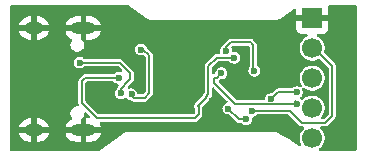
<source format=gbr>
%TF.GenerationSoftware,KiCad,Pcbnew,9.0.2-9.0.2-0~ubuntu22.04.1*%
%TF.CreationDate,2025-06-23T11:59:02+05:30*%
%TF.ProjectId,CP2102,43503231-3032-42e6-9b69-6361645f7063,rev?*%
%TF.SameCoordinates,Original*%
%TF.FileFunction,Copper,L2,Bot*%
%TF.FilePolarity,Positive*%
%FSLAX46Y46*%
G04 Gerber Fmt 4.6, Leading zero omitted, Abs format (unit mm)*
G04 Created by KiCad (PCBNEW 9.0.2-9.0.2-0~ubuntu22.04.1) date 2025-06-23 11:59:02*
%MOMM*%
%LPD*%
G01*
G04 APERTURE LIST*
%TA.AperFunction,ComponentPad*%
%ADD10R,1.700000X1.700000*%
%TD*%
%TA.AperFunction,ComponentPad*%
%ADD11C,1.700000*%
%TD*%
%TA.AperFunction,HeatsinkPad*%
%ADD12O,2.100000X1.000000*%
%TD*%
%TA.AperFunction,HeatsinkPad*%
%ADD13O,1.600000X1.000000*%
%TD*%
%TA.AperFunction,ViaPad*%
%ADD14C,0.600000*%
%TD*%
%TA.AperFunction,Conductor*%
%ADD15C,0.200000*%
%TD*%
G04 APERTURE END LIST*
D10*
%TO.P,J2,1,Pin_1*%
%TO.N,GND*%
X130500000Y-35340000D03*
D11*
%TO.P,J2,2,Pin_2*%
%TO.N,/VBUS*%
X130500000Y-37880000D03*
%TO.P,J2,3,Pin_3*%
%TO.N,/RX*%
X130500000Y-40420000D03*
%TO.P,J2,4,Pin_4*%
%TO.N,/TX*%
X130500000Y-42960000D03*
%TO.P,J2,5,Pin_5*%
%TO.N,/RST*%
X130500000Y-45500000D03*
%TD*%
D12*
%TO.P,J1,S1,SHIELD*%
%TO.N,GND*%
X111130000Y-36180000D03*
D13*
X106950000Y-36180000D03*
D12*
X111130000Y-44820000D03*
D13*
X106950000Y-44820000D03*
%TD*%
D14*
%TO.N,Net-(U1-VDD)*%
X115200000Y-41800000D03*
X116000000Y-38000000D03*
%TO.N,/VBUS*%
X125400000Y-43200000D03*
%TO.N,Net-(D4-A)*%
X125600000Y-39800000D03*
X123200000Y-38100000D03*
%TO.N,Net-(D5-K)*%
X124900000Y-43900000D03*
X123400000Y-43000000D03*
%TO.N,/D-*%
X110800000Y-39100000D03*
X114300000Y-41700000D03*
%TO.N,Net-(J1-CC1)*%
X123900000Y-38700000D03*
X114100000Y-40400000D03*
%TO.N,/TX*%
X129200000Y-42600000D03*
X122800000Y-40000000D03*
%TO.N,/RX*%
X127000000Y-42200000D03*
X129200000Y-41600000D03*
%TD*%
D15*
%TO.N,Net-(U1-VDD)*%
X116700000Y-41700000D02*
X116300000Y-42100000D01*
X116200000Y-38000000D02*
X116700000Y-38500000D01*
X115200000Y-41900000D02*
X115400000Y-42100000D01*
X115200000Y-41800000D02*
X115200000Y-41900000D01*
X116300000Y-42100000D02*
X115400000Y-42100000D01*
X116000000Y-38000000D02*
X116200000Y-38000000D01*
X116700000Y-38500000D02*
X116700000Y-41700000D01*
%TO.N,/VBUS*%
X125400000Y-43200000D02*
X128600000Y-43200000D01*
X132200000Y-43600000D02*
X132200000Y-39400000D01*
X128600000Y-43200000D02*
X129600000Y-44200000D01*
X130680000Y-37880000D02*
X130500000Y-37880000D01*
X131600000Y-44200000D02*
X132200000Y-43600000D01*
X132200000Y-39400000D02*
X130680000Y-37880000D01*
X129600000Y-44200000D02*
X131600000Y-44200000D01*
%TO.N,Net-(D4-A)*%
X125400000Y-37500000D02*
X125500000Y-37600000D01*
X125500000Y-39600000D02*
X125500000Y-39700000D01*
X125500000Y-39700000D02*
X125600000Y-39800000D01*
X125500000Y-37600000D02*
X125500000Y-39600000D01*
X123200000Y-37800000D02*
X123600000Y-37400000D01*
X125300000Y-37400000D02*
X125400000Y-37500000D01*
X123200000Y-38100000D02*
X123200000Y-37800000D01*
X123600000Y-37400000D02*
X125300000Y-37400000D01*
%TO.N,Net-(D5-K)*%
X124300000Y-43900000D02*
X124900000Y-43900000D01*
X123400000Y-43000000D02*
X124300000Y-43900000D01*
%TO.N,/D-*%
X114300000Y-41300000D02*
X114900000Y-40700000D01*
X115100000Y-40500000D02*
X115100000Y-40000000D01*
X114300000Y-41700000D02*
X114300000Y-41300000D01*
X115100000Y-40000000D02*
X114200000Y-39100000D01*
X114900000Y-40700000D02*
X115100000Y-40500000D01*
X114200000Y-39100000D02*
X110800000Y-39100000D01*
%TO.N,Net-(J1-CC1)*%
X112300000Y-43800000D02*
X120600000Y-43800000D01*
X121500000Y-42100000D02*
X121500000Y-42000000D01*
X120900000Y-43500000D02*
X120900000Y-42900000D01*
X121700000Y-41800000D02*
X121700000Y-39400000D01*
X121500000Y-42000000D02*
X121700000Y-41800000D01*
X120600000Y-43800000D02*
X120900000Y-43500000D01*
X114100000Y-40400000D02*
X111300000Y-40400000D01*
X121700000Y-39400000D02*
X122400000Y-38700000D01*
X111000000Y-42500000D02*
X112300000Y-43800000D01*
X111000000Y-40700000D02*
X111000000Y-42500000D01*
X111300000Y-40400000D02*
X111000000Y-40700000D01*
X120800000Y-42800000D02*
X121500000Y-42100000D01*
X122400000Y-38700000D02*
X123900000Y-38700000D01*
X120900000Y-42900000D02*
X120800000Y-42800000D01*
%TO.N,/TX*%
X124000000Y-42600000D02*
X122200000Y-40800000D01*
X129200000Y-42600000D02*
X124000000Y-42600000D01*
X129000000Y-42400000D02*
X129200000Y-42600000D01*
X122200000Y-40400000D02*
X122400000Y-40400000D01*
X122200000Y-40800000D02*
X122200000Y-40400000D01*
X122400000Y-40400000D02*
X122800000Y-40000000D01*
%TO.N,/RX*%
X129200000Y-41600000D02*
X127600000Y-41600000D01*
X127600000Y-41600000D02*
X127000000Y-42200000D01*
%TD*%
%TA.AperFunction,Conductor*%
%TO.N,GND*%
G36*
X114855610Y-34225457D02*
G01*
X114922643Y-34245156D01*
X114925947Y-34247355D01*
X116444339Y-35293814D01*
X116569066Y-35379774D01*
X116586380Y-35394194D01*
X116592686Y-35400500D01*
X116592687Y-35400501D01*
X116592689Y-35400502D01*
X116597451Y-35403251D01*
X116632448Y-35423456D01*
X116670235Y-35449499D01*
X116689290Y-35456274D01*
X116706814Y-35466392D01*
X116751158Y-35478273D01*
X116794403Y-35493651D01*
X116814568Y-35495264D01*
X116834108Y-35500500D01*
X116875056Y-35500500D01*
X116884945Y-35500895D01*
X116925767Y-35504161D01*
X116934539Y-35502547D01*
X116956979Y-35500500D01*
X127349878Y-35500500D01*
X127365339Y-35503628D01*
X127415574Y-35500500D01*
X127465892Y-35500500D01*
X127469131Y-35499631D01*
X127493514Y-35495646D01*
X127496868Y-35495438D01*
X127544575Y-35479417D01*
X127593186Y-35466392D01*
X127606845Y-35458505D01*
X127621796Y-35453485D01*
X127660521Y-35427790D01*
X127667057Y-35423741D01*
X127707314Y-35400500D01*
X127709678Y-35398135D01*
X127728806Y-35382486D01*
X128957450Y-34567324D01*
X129024192Y-34546666D01*
X129091511Y-34565371D01*
X129138031Y-34617502D01*
X129150000Y-34670653D01*
X129150000Y-35090000D01*
X130066988Y-35090000D01*
X130034075Y-35147007D01*
X130000000Y-35274174D01*
X130000000Y-35405826D01*
X130034075Y-35532993D01*
X130066988Y-35590000D01*
X129150000Y-35590000D01*
X129150000Y-36237844D01*
X129156401Y-36297372D01*
X129156403Y-36297379D01*
X129206645Y-36432086D01*
X129206649Y-36432093D01*
X129292809Y-36547187D01*
X129292812Y-36547190D01*
X129407906Y-36633350D01*
X129407913Y-36633354D01*
X129542620Y-36683596D01*
X129542627Y-36683598D01*
X129602155Y-36689999D01*
X129602172Y-36690000D01*
X130004435Y-36690000D01*
X130071474Y-36709685D01*
X130117229Y-36762489D01*
X130127173Y-36831647D01*
X130098148Y-36895203D01*
X130051888Y-36928561D01*
X130002403Y-36949058D01*
X129830342Y-37064024D01*
X129684024Y-37210342D01*
X129569058Y-37382403D01*
X129489870Y-37573579D01*
X129489868Y-37573587D01*
X129449500Y-37776530D01*
X129449500Y-37983469D01*
X129489868Y-38186412D01*
X129489870Y-38186420D01*
X129536709Y-38299500D01*
X129569059Y-38377598D01*
X129584360Y-38400497D01*
X129684024Y-38549657D01*
X129830342Y-38695975D01*
X129830345Y-38695977D01*
X130002402Y-38810941D01*
X130193580Y-38890130D01*
X130396530Y-38930499D01*
X130396534Y-38930500D01*
X130396535Y-38930500D01*
X130603466Y-38930500D01*
X130603467Y-38930499D01*
X130806420Y-38890130D01*
X130997598Y-38810941D01*
X131025905Y-38792026D01*
X131092578Y-38771148D01*
X131159958Y-38789631D01*
X131182476Y-38807447D01*
X131863181Y-39488152D01*
X131896666Y-39549475D01*
X131899500Y-39575833D01*
X131899500Y-43424167D01*
X131879815Y-43491206D01*
X131863181Y-43511848D01*
X131511848Y-43863181D01*
X131484920Y-43877884D01*
X131459102Y-43894477D01*
X131452901Y-43895368D01*
X131450525Y-43896666D01*
X131424167Y-43899500D01*
X131345495Y-43899500D01*
X131278456Y-43879815D01*
X131232701Y-43827011D01*
X131222757Y-43757853D01*
X131251782Y-43694297D01*
X131257814Y-43687819D01*
X131315974Y-43629658D01*
X131315975Y-43629657D01*
X131315977Y-43629655D01*
X131430941Y-43457598D01*
X131510130Y-43266420D01*
X131550500Y-43063465D01*
X131550500Y-42856535D01*
X131510130Y-42653580D01*
X131430941Y-42462402D01*
X131315977Y-42290345D01*
X131315975Y-42290342D01*
X131169657Y-42144024D01*
X131053172Y-42066192D01*
X130997598Y-42029059D01*
X130954678Y-42011281D01*
X130806420Y-41949870D01*
X130806412Y-41949868D01*
X130603469Y-41909500D01*
X130603465Y-41909500D01*
X130396535Y-41909500D01*
X130396530Y-41909500D01*
X130193587Y-41949868D01*
X130193579Y-41949870D01*
X130002403Y-42029058D01*
X129830344Y-42144023D01*
X129728771Y-42245596D01*
X129721681Y-42249467D01*
X129716944Y-42256006D01*
X129691463Y-42265967D01*
X129667448Y-42279080D01*
X129659393Y-42278503D01*
X129651870Y-42281445D01*
X129625044Y-42276047D01*
X129597756Y-42274096D01*
X129589534Y-42268902D01*
X129583373Y-42267663D01*
X129558065Y-42249024D01*
X129554791Y-42246956D01*
X129554109Y-42246295D01*
X129507314Y-42199500D01*
X129503634Y-42197375D01*
X129495036Y-42189042D01*
X129481201Y-42164621D01*
X129464645Y-42141947D01*
X129464209Y-42134627D01*
X129460596Y-42128250D01*
X129462160Y-42100227D01*
X129460491Y-42072201D01*
X129464081Y-42065807D01*
X129464490Y-42058489D01*
X129480956Y-42035759D01*
X129494704Y-42011281D01*
X129505414Y-42001999D01*
X129505481Y-42001908D01*
X129505552Y-42001879D01*
X129505847Y-42001625D01*
X129507306Y-42000504D01*
X129507314Y-42000500D01*
X129600500Y-41907314D01*
X129666392Y-41793186D01*
X129700500Y-41665892D01*
X129700500Y-41534108D01*
X129666392Y-41406814D01*
X129666389Y-41406809D01*
X129663280Y-41399300D01*
X129665690Y-41398301D01*
X129652270Y-41342985D01*
X129675123Y-41276958D01*
X129730044Y-41233767D01*
X129799597Y-41227126D01*
X129845020Y-41245783D01*
X130002400Y-41350940D01*
X130002401Y-41350940D01*
X130002402Y-41350941D01*
X130193580Y-41430130D01*
X130396530Y-41470499D01*
X130396534Y-41470500D01*
X130396535Y-41470500D01*
X130603466Y-41470500D01*
X130603467Y-41470499D01*
X130806420Y-41430130D01*
X130997598Y-41350941D01*
X131169655Y-41235977D01*
X131315977Y-41089655D01*
X131430941Y-40917598D01*
X131510130Y-40726420D01*
X131550500Y-40523465D01*
X131550500Y-40316535D01*
X131510130Y-40113580D01*
X131430941Y-39922402D01*
X131315977Y-39750345D01*
X131315975Y-39750342D01*
X131169657Y-39604024D01*
X131046090Y-39521460D01*
X130997598Y-39489059D01*
X130995408Y-39488152D01*
X130806420Y-39409870D01*
X130806412Y-39409868D01*
X130603469Y-39369500D01*
X130603465Y-39369500D01*
X130396535Y-39369500D01*
X130396530Y-39369500D01*
X130193587Y-39409868D01*
X130193579Y-39409870D01*
X130002403Y-39489058D01*
X129830342Y-39604024D01*
X129684024Y-39750342D01*
X129569058Y-39922403D01*
X129489870Y-40113579D01*
X129489868Y-40113587D01*
X129449500Y-40316530D01*
X129449500Y-40523469D01*
X129489868Y-40726412D01*
X129489870Y-40726420D01*
X129569058Y-40917596D01*
X129619045Y-40992408D01*
X129639922Y-41059086D01*
X129621437Y-41126466D01*
X129569458Y-41173155D01*
X129500488Y-41184331D01*
X129453942Y-41168685D01*
X129393189Y-41133609D01*
X129393186Y-41133608D01*
X129265892Y-41099500D01*
X129134108Y-41099500D01*
X129006812Y-41133608D01*
X128892686Y-41199500D01*
X128892683Y-41199502D01*
X128829005Y-41263181D01*
X128767682Y-41296666D01*
X128741324Y-41299500D01*
X127560438Y-41299500D01*
X127522224Y-41309739D01*
X127484009Y-41319979D01*
X127484008Y-41319980D01*
X127430383Y-41350941D01*
X127430381Y-41350942D01*
X127415492Y-41359537D01*
X127415487Y-41359541D01*
X127111847Y-41663181D01*
X127050524Y-41696666D01*
X127024166Y-41699500D01*
X126934108Y-41699500D01*
X126806812Y-41733608D01*
X126692686Y-41799500D01*
X126692683Y-41799502D01*
X126599502Y-41892683D01*
X126599500Y-41892686D01*
X126533608Y-42006812D01*
X126499500Y-42134108D01*
X126499500Y-42175500D01*
X126479815Y-42242539D01*
X126427011Y-42288294D01*
X126375500Y-42299500D01*
X124175833Y-42299500D01*
X124108794Y-42279815D01*
X124088152Y-42263181D01*
X122612652Y-40787681D01*
X122608313Y-40779735D01*
X122601066Y-40774310D01*
X122591831Y-40749550D01*
X122579167Y-40726358D01*
X122579812Y-40717328D01*
X122576649Y-40708846D01*
X122582265Y-40683025D01*
X122584151Y-40656666D01*
X122589969Y-40647612D01*
X122591501Y-40640573D01*
X122612652Y-40612319D01*
X122688152Y-40536819D01*
X122749475Y-40503334D01*
X122775833Y-40500500D01*
X122865890Y-40500500D01*
X122865892Y-40500500D01*
X122993186Y-40466392D01*
X123107314Y-40400500D01*
X123200500Y-40307314D01*
X123266392Y-40193186D01*
X123300500Y-40065892D01*
X123300500Y-39934108D01*
X123266392Y-39806814D01*
X123200500Y-39692686D01*
X123107314Y-39599500D01*
X123049968Y-39566391D01*
X122993187Y-39533608D01*
X122900578Y-39508794D01*
X122865892Y-39499500D01*
X122734108Y-39499500D01*
X122606812Y-39533608D01*
X122492686Y-39599500D01*
X122492683Y-39599502D01*
X122399502Y-39692683D01*
X122399500Y-39692686D01*
X122333608Y-39806812D01*
X122299500Y-39934108D01*
X122299500Y-39975500D01*
X122298773Y-39977973D01*
X122299400Y-39980474D01*
X122288984Y-40011311D01*
X122279815Y-40042539D01*
X122277867Y-40044226D01*
X122277042Y-40046670D01*
X122251595Y-40066991D01*
X122227011Y-40088294D01*
X122223840Y-40089156D01*
X122222446Y-40090270D01*
X122212701Y-40092185D01*
X122188210Y-40098847D01*
X122181873Y-40099500D01*
X122160438Y-40099500D01*
X122147045Y-40103088D01*
X122137210Y-40104102D01*
X122112185Y-40099472D01*
X122086740Y-40098866D01*
X122078402Y-40093222D01*
X122068506Y-40091392D01*
X122049957Y-40073969D01*
X122028879Y-40059702D01*
X122024916Y-40050448D01*
X122017579Y-40043556D01*
X122011394Y-40018868D01*
X122001376Y-39995472D01*
X122000500Y-39980755D01*
X122000500Y-39575833D01*
X122020185Y-39508794D01*
X122036819Y-39488152D01*
X122488152Y-39036819D01*
X122549475Y-39003334D01*
X122575833Y-39000500D01*
X123441324Y-39000500D01*
X123508363Y-39020185D01*
X123529005Y-39036819D01*
X123592686Y-39100500D01*
X123706814Y-39166392D01*
X123834108Y-39200500D01*
X123834110Y-39200500D01*
X123965890Y-39200500D01*
X123965892Y-39200500D01*
X124093186Y-39166392D01*
X124207314Y-39100500D01*
X124300500Y-39007314D01*
X124366392Y-38893186D01*
X124400500Y-38765892D01*
X124400500Y-38634108D01*
X124366392Y-38506814D01*
X124300500Y-38392686D01*
X124207314Y-38299500D01*
X124150250Y-38266554D01*
X124093187Y-38233608D01*
X124029539Y-38216554D01*
X123965892Y-38199500D01*
X123834108Y-38199500D01*
X123825981Y-38199500D01*
X123825981Y-38196340D01*
X123771652Y-38187869D01*
X123719395Y-38141490D01*
X123703836Y-38104264D01*
X123700500Y-38090173D01*
X123700500Y-38034108D01*
X123666392Y-37906814D01*
X123650618Y-37879494D01*
X123646431Y-37861806D01*
X123647359Y-37844338D01*
X123643235Y-37827337D01*
X123649175Y-37810171D01*
X123650140Y-37792035D01*
X123660365Y-37777842D01*
X123666087Y-37761310D01*
X123679420Y-37745549D01*
X123682147Y-37742823D01*
X123688163Y-37736809D01*
X123749490Y-37703331D01*
X123775834Y-37700500D01*
X125075500Y-37700500D01*
X125142539Y-37720185D01*
X125188294Y-37772989D01*
X125199500Y-37824500D01*
X125199500Y-39459460D01*
X125182887Y-39521460D01*
X125133609Y-39606810D01*
X125133609Y-39606811D01*
X125133609Y-39606812D01*
X125133608Y-39606814D01*
X125099500Y-39734108D01*
X125099500Y-39865892D01*
X125104355Y-39884011D01*
X125133608Y-39993187D01*
X125162102Y-40042539D01*
X125199500Y-40107314D01*
X125292686Y-40200500D01*
X125406814Y-40266392D01*
X125534108Y-40300500D01*
X125534110Y-40300500D01*
X125665890Y-40300500D01*
X125665892Y-40300500D01*
X125793186Y-40266392D01*
X125907314Y-40200500D01*
X126000500Y-40107314D01*
X126066392Y-39993186D01*
X126100500Y-39865892D01*
X126100500Y-39734108D01*
X126066392Y-39606814D01*
X126000500Y-39492686D01*
X125907314Y-39399500D01*
X125883557Y-39385784D01*
X125862497Y-39373624D01*
X125814283Y-39323055D01*
X125800500Y-39266238D01*
X125800500Y-37560439D01*
X125793479Y-37534236D01*
X125780021Y-37484011D01*
X125780017Y-37484004D01*
X125740464Y-37415495D01*
X125740458Y-37415487D01*
X125484512Y-37159541D01*
X125484507Y-37159537D01*
X125467095Y-37149484D01*
X125467093Y-37149484D01*
X125438522Y-37132988D01*
X125415990Y-37119979D01*
X125390513Y-37113152D01*
X125339562Y-37099500D01*
X123560438Y-37099500D01*
X123505537Y-37114211D01*
X123484007Y-37119980D01*
X123432906Y-37149484D01*
X123415492Y-37159537D01*
X123415487Y-37159541D01*
X122959542Y-37615486D01*
X122959538Y-37615492D01*
X122936822Y-37654836D01*
X122898252Y-37693408D01*
X122899131Y-37694554D01*
X122892689Y-37699496D01*
X122799500Y-37792686D01*
X122733608Y-37906812D01*
X122699500Y-38034108D01*
X122699500Y-38165892D01*
X122708505Y-38199500D01*
X122720270Y-38243407D01*
X122718607Y-38313257D01*
X122679444Y-38371119D01*
X122615216Y-38398623D01*
X122600495Y-38399500D01*
X122360438Y-38399500D01*
X122309486Y-38413152D01*
X122284010Y-38419979D01*
X122224934Y-38454087D01*
X122224933Y-38454086D01*
X122215492Y-38459537D01*
X122215487Y-38459541D01*
X121459541Y-39215487D01*
X121459535Y-39215495D01*
X121419982Y-39284004D01*
X121419979Y-39284009D01*
X121399500Y-39360439D01*
X121399500Y-41624167D01*
X121379815Y-41691206D01*
X121363181Y-41711848D01*
X121259541Y-41815487D01*
X121259535Y-41815495D01*
X121219982Y-41884004D01*
X121219977Y-41884015D01*
X121202575Y-41948960D01*
X121170482Y-42004546D01*
X120615489Y-42559540D01*
X120559541Y-42615487D01*
X120559539Y-42615489D01*
X120519979Y-42684011D01*
X120519979Y-42684012D01*
X120499500Y-42760438D01*
X120499500Y-42839562D01*
X120505094Y-42860438D01*
X120519979Y-42915987D01*
X120519979Y-42915988D01*
X120559539Y-42984510D01*
X120563181Y-42988152D01*
X120577884Y-43015079D01*
X120594477Y-43040898D01*
X120595368Y-43047098D01*
X120596666Y-43049475D01*
X120599500Y-43075833D01*
X120599500Y-43324167D01*
X120579815Y-43391206D01*
X120563181Y-43411848D01*
X120511848Y-43463181D01*
X120450525Y-43496666D01*
X120424167Y-43499500D01*
X112475833Y-43499500D01*
X112408794Y-43479815D01*
X112388152Y-43463181D01*
X111336819Y-42411848D01*
X111303334Y-42350525D01*
X111300500Y-42324167D01*
X111300500Y-40875833D01*
X111309144Y-40846392D01*
X111315668Y-40816406D01*
X111319422Y-40811390D01*
X111320185Y-40808794D01*
X111336819Y-40788152D01*
X111388152Y-40736819D01*
X111449475Y-40703334D01*
X111475833Y-40700500D01*
X113641324Y-40700500D01*
X113708363Y-40720185D01*
X113729005Y-40736819D01*
X113792686Y-40800500D01*
X113906814Y-40866392D01*
X114016268Y-40895719D01*
X114075926Y-40932082D01*
X114106456Y-40994929D01*
X114098162Y-41064304D01*
X114096077Y-41068912D01*
X114086906Y-41088122D01*
X114059540Y-41115489D01*
X114019979Y-41184011D01*
X113999500Y-41260438D01*
X113999500Y-41271224D01*
X113989069Y-41293076D01*
X113978326Y-41305055D01*
X113971813Y-41319768D01*
X113964847Y-41327337D01*
X113899503Y-41392682D01*
X113899500Y-41392686D01*
X113833608Y-41506812D01*
X113799500Y-41634108D01*
X113799500Y-41765891D01*
X113833608Y-41893187D01*
X113846773Y-41915989D01*
X113899500Y-42007314D01*
X113992686Y-42100500D01*
X114068070Y-42144023D01*
X114103746Y-42164621D01*
X114106814Y-42166392D01*
X114234108Y-42200500D01*
X114234110Y-42200500D01*
X114365890Y-42200500D01*
X114365892Y-42200500D01*
X114493186Y-42166392D01*
X114607314Y-42100500D01*
X114613116Y-42094697D01*
X114674436Y-42061211D01*
X114744128Y-42066192D01*
X114792997Y-42102322D01*
X114793753Y-42101567D01*
X114798795Y-42106609D01*
X114799175Y-42106890D01*
X114799499Y-42107312D01*
X114799500Y-42107314D01*
X114892686Y-42200500D01*
X115006814Y-42266392D01*
X115134108Y-42300500D01*
X115134119Y-42300500D01*
X115140071Y-42301284D01*
X115203969Y-42329548D01*
X115211572Y-42336543D01*
X115215489Y-42340460D01*
X115274829Y-42374720D01*
X115284008Y-42380020D01*
X115284012Y-42380022D01*
X115360438Y-42400500D01*
X115360440Y-42400500D01*
X116339560Y-42400500D01*
X116339562Y-42400500D01*
X116415989Y-42380021D01*
X116484511Y-42340460D01*
X116540460Y-42284511D01*
X116940460Y-41884511D01*
X116943052Y-41880021D01*
X116980021Y-41815989D01*
X117000500Y-41739562D01*
X117000500Y-38460438D01*
X116995468Y-38441659D01*
X116989659Y-38419977D01*
X116980023Y-38384014D01*
X116980022Y-38384013D01*
X116980022Y-38384012D01*
X116940460Y-38315489D01*
X116502553Y-37877582D01*
X116470458Y-37821990D01*
X116466392Y-37806814D01*
X116440120Y-37761310D01*
X116400500Y-37692686D01*
X116307314Y-37599500D01*
X116239657Y-37560438D01*
X116193187Y-37533608D01*
X116129539Y-37516554D01*
X116065892Y-37499500D01*
X115934108Y-37499500D01*
X115806812Y-37533608D01*
X115692686Y-37599500D01*
X115692683Y-37599502D01*
X115599502Y-37692683D01*
X115599500Y-37692686D01*
X115533608Y-37806812D01*
X115520941Y-37854087D01*
X115499500Y-37934108D01*
X115499500Y-38065892D01*
X115500739Y-38070515D01*
X115533608Y-38193187D01*
X115537253Y-38199500D01*
X115599500Y-38307314D01*
X115692686Y-38400500D01*
X115806814Y-38466392D01*
X115934108Y-38500500D01*
X115934110Y-38500500D01*
X116065889Y-38500500D01*
X116065892Y-38500500D01*
X116162078Y-38474727D01*
X116174076Y-38475012D01*
X116185323Y-38470818D01*
X116208357Y-38475828D01*
X116231925Y-38476390D01*
X116243572Y-38483489D01*
X116253596Y-38485670D01*
X116281850Y-38506821D01*
X116363181Y-38588152D01*
X116396666Y-38649475D01*
X116399500Y-38675833D01*
X116399500Y-41524167D01*
X116379815Y-41591206D01*
X116363181Y-41611848D01*
X116211848Y-41763181D01*
X116150525Y-41796666D01*
X116124167Y-41799500D01*
X115813170Y-41799500D01*
X115746131Y-41779815D01*
X115700376Y-41727011D01*
X115693395Y-41707593D01*
X115691227Y-41699500D01*
X115666392Y-41606814D01*
X115600500Y-41492686D01*
X115507314Y-41399500D01*
X115438103Y-41359541D01*
X115393187Y-41333608D01*
X115329539Y-41316554D01*
X115265892Y-41299500D01*
X115134108Y-41299500D01*
X115022903Y-41329297D01*
X114953053Y-41327634D01*
X114895191Y-41288471D01*
X114867687Y-41224242D01*
X114879274Y-41155340D01*
X114903129Y-41121841D01*
X114909482Y-41115489D01*
X115140460Y-40884511D01*
X115340460Y-40684511D01*
X115380022Y-40615988D01*
X115400500Y-40539562D01*
X115400500Y-40460438D01*
X115400500Y-39960438D01*
X115380021Y-39884011D01*
X115369560Y-39865892D01*
X115340464Y-39815495D01*
X115340458Y-39815487D01*
X114384512Y-38859541D01*
X114384507Y-38859537D01*
X114375065Y-38854086D01*
X114375064Y-38854086D01*
X114315991Y-38819980D01*
X114315990Y-38819979D01*
X114282259Y-38810941D01*
X114239562Y-38799500D01*
X114239560Y-38799500D01*
X111258676Y-38799500D01*
X111191637Y-38779815D01*
X111170995Y-38763181D01*
X111107316Y-38699502D01*
X111107314Y-38699500D01*
X111050250Y-38666554D01*
X110993187Y-38633608D01*
X110929539Y-38616554D01*
X110865892Y-38599500D01*
X110734108Y-38599500D01*
X110606812Y-38633608D01*
X110492686Y-38699500D01*
X110492683Y-38699502D01*
X110399502Y-38792683D01*
X110399500Y-38792686D01*
X110333608Y-38906812D01*
X110299500Y-39034108D01*
X110299500Y-39165891D01*
X110333608Y-39293187D01*
X110349076Y-39319977D01*
X110399500Y-39407314D01*
X110492686Y-39500500D01*
X110606814Y-39566392D01*
X110734108Y-39600500D01*
X110734110Y-39600500D01*
X110865890Y-39600500D01*
X110865892Y-39600500D01*
X110993186Y-39566392D01*
X111107314Y-39500500D01*
X111170995Y-39436819D01*
X111232318Y-39403334D01*
X111258676Y-39400500D01*
X114024167Y-39400500D01*
X114091206Y-39420185D01*
X114111848Y-39436819D01*
X114396870Y-39721841D01*
X114430355Y-39783164D01*
X114425371Y-39852856D01*
X114383499Y-39908789D01*
X114318035Y-39933206D01*
X114277097Y-39929297D01*
X114165892Y-39899500D01*
X114034108Y-39899500D01*
X113906812Y-39933608D01*
X113792686Y-39999500D01*
X113792683Y-39999502D01*
X113729005Y-40063181D01*
X113667682Y-40096666D01*
X113641324Y-40099500D01*
X111260438Y-40099500D01*
X111209486Y-40113152D01*
X111184010Y-40119979D01*
X111124934Y-40154087D01*
X111124933Y-40154086D01*
X111115492Y-40159537D01*
X111115487Y-40159541D01*
X110759541Y-40515487D01*
X110759535Y-40515495D01*
X110719982Y-40584004D01*
X110719979Y-40584009D01*
X110711410Y-40615989D01*
X110699500Y-40660438D01*
X110699500Y-42539562D01*
X110719845Y-42615489D01*
X110719980Y-42615991D01*
X110727201Y-42628498D01*
X110743675Y-42696398D01*
X110720823Y-42762426D01*
X110665903Y-42805617D01*
X110619815Y-42814500D01*
X110524234Y-42814500D01*
X110377863Y-42853719D01*
X110246635Y-42929485D01*
X110246632Y-42929487D01*
X110139487Y-43036632D01*
X110139485Y-43036635D01*
X110063719Y-43167863D01*
X110035321Y-43273850D01*
X110024500Y-43314234D01*
X110024500Y-43465766D01*
X110039081Y-43520185D01*
X110063719Y-43612136D01*
X110068252Y-43619987D01*
X110139485Y-43743365D01*
X110139487Y-43743367D01*
X110144432Y-43749811D01*
X110141612Y-43751974D01*
X110167302Y-43799020D01*
X110162318Y-43868712D01*
X110120446Y-43924645D01*
X110111379Y-43930416D01*
X110111387Y-43930427D01*
X109942536Y-44043248D01*
X109803251Y-44182533D01*
X109803248Y-44182537D01*
X109693814Y-44346315D01*
X109693807Y-44346328D01*
X109618430Y-44528307D01*
X109618430Y-44528309D01*
X109610138Y-44570000D01*
X110413012Y-44570000D01*
X110395795Y-44579940D01*
X110339940Y-44635795D01*
X110300444Y-44704204D01*
X110280000Y-44780504D01*
X110280000Y-44859496D01*
X110300444Y-44935796D01*
X110339940Y-45004205D01*
X110395795Y-45060060D01*
X110413012Y-45070000D01*
X109610138Y-45070000D01*
X109618430Y-45111690D01*
X109618430Y-45111692D01*
X109693807Y-45293671D01*
X109693814Y-45293684D01*
X109803248Y-45457462D01*
X109803251Y-45457466D01*
X109942533Y-45596748D01*
X109942537Y-45596751D01*
X110106315Y-45706185D01*
X110106328Y-45706192D01*
X110288306Y-45781569D01*
X110288318Y-45781572D01*
X110481504Y-45819999D01*
X110481508Y-45820000D01*
X110880000Y-45820000D01*
X110880000Y-45120000D01*
X111380000Y-45120000D01*
X111380000Y-45820000D01*
X111778492Y-45820000D01*
X111778495Y-45819999D01*
X111971681Y-45781572D01*
X111971693Y-45781569D01*
X112153671Y-45706192D01*
X112153684Y-45706185D01*
X112317462Y-45596751D01*
X112317466Y-45596748D01*
X112456748Y-45457466D01*
X112456751Y-45457462D01*
X112566185Y-45293684D01*
X112566192Y-45293671D01*
X112641569Y-45111692D01*
X112641569Y-45111690D01*
X112649862Y-45070000D01*
X111846988Y-45070000D01*
X111864205Y-45060060D01*
X111920060Y-45004205D01*
X111959556Y-44935796D01*
X111980000Y-44859496D01*
X111980000Y-44780504D01*
X111959556Y-44704204D01*
X111920060Y-44635795D01*
X111864205Y-44579940D01*
X111846988Y-44570000D01*
X112649862Y-44570000D01*
X112641569Y-44528309D01*
X112641569Y-44528307D01*
X112566192Y-44346328D01*
X112566185Y-44346315D01*
X112530822Y-44293391D01*
X112509944Y-44226714D01*
X112528428Y-44159334D01*
X112580407Y-44112643D01*
X112633924Y-44100500D01*
X120639560Y-44100500D01*
X120639562Y-44100500D01*
X120715989Y-44080021D01*
X120784511Y-44040460D01*
X120840460Y-43984511D01*
X121140460Y-43684511D01*
X121172129Y-43629658D01*
X121177713Y-43619987D01*
X121177716Y-43619981D01*
X121177988Y-43619508D01*
X121180021Y-43615989D01*
X121200500Y-43539562D01*
X121200500Y-42875832D01*
X121220185Y-42808793D01*
X121236819Y-42788151D01*
X121465430Y-42559540D01*
X121740460Y-42284511D01*
X121743052Y-42280021D01*
X121780021Y-42215989D01*
X121799611Y-42142876D01*
X121802879Y-42135101D01*
X121815757Y-42119284D01*
X121829514Y-42095456D01*
X121940460Y-41984511D01*
X121980022Y-41915988D01*
X122000500Y-41839562D01*
X122000500Y-41760438D01*
X122000500Y-41324833D01*
X122020185Y-41257794D01*
X122072989Y-41212039D01*
X122142147Y-41202095D01*
X122205703Y-41231120D01*
X122212181Y-41237152D01*
X123292986Y-42317957D01*
X123326471Y-42379280D01*
X123321487Y-42448972D01*
X123279615Y-42504905D01*
X123237401Y-42525412D01*
X123206814Y-42533608D01*
X123206813Y-42533608D01*
X123206811Y-42533609D01*
X123092686Y-42599500D01*
X123092683Y-42599502D01*
X122999502Y-42692683D01*
X122999500Y-42692686D01*
X122933608Y-42806812D01*
X122915115Y-42875832D01*
X122899500Y-42934108D01*
X122899500Y-43065892D01*
X122902164Y-43075833D01*
X122933608Y-43193187D01*
X122966554Y-43250250D01*
X122999500Y-43307314D01*
X123092686Y-43400500D01*
X123191521Y-43457563D01*
X123205729Y-43465766D01*
X123206814Y-43466392D01*
X123334108Y-43500500D01*
X123334110Y-43500500D01*
X123424167Y-43500500D01*
X123491206Y-43520185D01*
X123511848Y-43536819D01*
X124059540Y-44084511D01*
X124115489Y-44140460D01*
X124115491Y-44140461D01*
X124115495Y-44140464D01*
X124184004Y-44180017D01*
X124184011Y-44180021D01*
X124260438Y-44200500D01*
X124339562Y-44200500D01*
X124441324Y-44200500D01*
X124508363Y-44220185D01*
X124529005Y-44236819D01*
X124592686Y-44300500D01*
X124706814Y-44366392D01*
X124834108Y-44400500D01*
X124834110Y-44400500D01*
X124965890Y-44400500D01*
X124965892Y-44400500D01*
X125093186Y-44366392D01*
X125207314Y-44300500D01*
X125300500Y-44207314D01*
X125366392Y-44093186D01*
X125400500Y-43965892D01*
X125400500Y-43834108D01*
X125400499Y-43834105D01*
X125399932Y-43829799D01*
X125400500Y-43826155D01*
X125400500Y-43825981D01*
X125400527Y-43825981D01*
X125410693Y-43760763D01*
X125457070Y-43708504D01*
X125490772Y-43693833D01*
X125593186Y-43666392D01*
X125707314Y-43600500D01*
X125770995Y-43536819D01*
X125832318Y-43503334D01*
X125858676Y-43500500D01*
X128424167Y-43500500D01*
X128491206Y-43520185D01*
X128511848Y-43536819D01*
X129415489Y-44440460D01*
X129474829Y-44474720D01*
X129484008Y-44480020D01*
X129484012Y-44480022D01*
X129560438Y-44500500D01*
X129714505Y-44500500D01*
X129781544Y-44520185D01*
X129827299Y-44572989D01*
X129837243Y-44642147D01*
X129808218Y-44705703D01*
X129802186Y-44712181D01*
X129684025Y-44830341D01*
X129684024Y-44830342D01*
X129569058Y-45002403D01*
X129489870Y-45193579D01*
X129489868Y-45193587D01*
X129449500Y-45396530D01*
X129449500Y-45603469D01*
X129489868Y-45806412D01*
X129489870Y-45806420D01*
X129570130Y-46000185D01*
X129577599Y-46069655D01*
X129546324Y-46132134D01*
X129486235Y-46167786D01*
X129416410Y-46165292D01*
X129389878Y-46152808D01*
X129145533Y-46000185D01*
X128499644Y-45596748D01*
X127725542Y-45113227D01*
X127713551Y-45105737D01*
X127707314Y-45099500D01*
X127657773Y-45070897D01*
X127655940Y-45069752D01*
X127655939Y-45069751D01*
X127618305Y-45046245D01*
X127609263Y-45040597D01*
X127600826Y-45038019D01*
X127593186Y-45033608D01*
X127537939Y-45018804D01*
X127484258Y-45002403D01*
X127483227Y-45002088D01*
X127474410Y-45001781D01*
X127465892Y-44999500D01*
X127408700Y-44999500D01*
X127406540Y-44999425D01*
X127351528Y-44997514D01*
X127351527Y-44997514D01*
X127351526Y-44997514D01*
X127351524Y-44997514D01*
X127343436Y-44998295D01*
X127343391Y-44997835D01*
X127328792Y-44999500D01*
X114840621Y-44999500D01*
X114815681Y-44995425D01*
X114774997Y-44999500D01*
X114734103Y-44999500D01*
X114719413Y-45003435D01*
X114719414Y-45003436D01*
X114709694Y-45006040D01*
X114684553Y-45008559D01*
X114646311Y-45023023D01*
X114640332Y-45024626D01*
X114640331Y-45024625D01*
X114606816Y-45033607D01*
X114606814Y-45033607D01*
X114606814Y-45033608D01*
X114593634Y-45041217D01*
X114593633Y-45041216D01*
X114584917Y-45046247D01*
X114561293Y-45055185D01*
X114528119Y-45079039D01*
X114522752Y-45082138D01*
X114522740Y-45082147D01*
X114492686Y-45099499D01*
X114481923Y-45110262D01*
X114466641Y-45123248D01*
X112446168Y-46576173D01*
X112380248Y-46599331D01*
X112373774Y-46599500D01*
X105071975Y-46599500D01*
X105063706Y-46599499D01*
X105063697Y-46599497D01*
X105034453Y-46599498D01*
X105027000Y-46599498D01*
X104995295Y-46590186D01*
X104959969Y-46579815D01*
X104959965Y-46579811D01*
X104959962Y-46579810D01*
X104938168Y-46554656D01*
X104914213Y-46527012D01*
X104914212Y-46527007D01*
X104914209Y-46527004D01*
X104914204Y-46526972D01*
X104903006Y-46475293D01*
X104906186Y-44570000D01*
X105680138Y-44570000D01*
X106483012Y-44570000D01*
X106465795Y-44579940D01*
X106409940Y-44635795D01*
X106370444Y-44704204D01*
X106350000Y-44780504D01*
X106350000Y-44859496D01*
X106370444Y-44935796D01*
X106409940Y-45004205D01*
X106465795Y-45060060D01*
X106483012Y-45070000D01*
X105680138Y-45070000D01*
X105688430Y-45111690D01*
X105688430Y-45111692D01*
X105763807Y-45293671D01*
X105763814Y-45293684D01*
X105873248Y-45457462D01*
X105873251Y-45457466D01*
X106012533Y-45596748D01*
X106012537Y-45596751D01*
X106176315Y-45706185D01*
X106176328Y-45706192D01*
X106358306Y-45781569D01*
X106358318Y-45781572D01*
X106551504Y-45819999D01*
X106551508Y-45820000D01*
X106700000Y-45820000D01*
X106700000Y-45120000D01*
X107200000Y-45120000D01*
X107200000Y-45820000D01*
X107348492Y-45820000D01*
X107348495Y-45819999D01*
X107541681Y-45781572D01*
X107541693Y-45781569D01*
X107723671Y-45706192D01*
X107723684Y-45706185D01*
X107887462Y-45596751D01*
X107887466Y-45596748D01*
X108026748Y-45457466D01*
X108026751Y-45457462D01*
X108136185Y-45293684D01*
X108136192Y-45293671D01*
X108211569Y-45111692D01*
X108211569Y-45111690D01*
X108219862Y-45070000D01*
X107416988Y-45070000D01*
X107434205Y-45060060D01*
X107490060Y-45004205D01*
X107529556Y-44935796D01*
X107550000Y-44859496D01*
X107550000Y-44780504D01*
X107529556Y-44704204D01*
X107490060Y-44635795D01*
X107434205Y-44579940D01*
X107416988Y-44570000D01*
X108219862Y-44570000D01*
X108211569Y-44528309D01*
X108211569Y-44528307D01*
X108136192Y-44346328D01*
X108136185Y-44346315D01*
X108026751Y-44182537D01*
X108026748Y-44182533D01*
X107887466Y-44043251D01*
X107887462Y-44043248D01*
X107723684Y-43933814D01*
X107723671Y-43933807D01*
X107541693Y-43858430D01*
X107541681Y-43858427D01*
X107348495Y-43820000D01*
X107200000Y-43820000D01*
X107200000Y-44520000D01*
X106700000Y-44520000D01*
X106700000Y-43820000D01*
X106551504Y-43820000D01*
X106358318Y-43858427D01*
X106358306Y-43858430D01*
X106176328Y-43933807D01*
X106176315Y-43933814D01*
X106012537Y-44043248D01*
X106012533Y-44043251D01*
X105873251Y-44182533D01*
X105873248Y-44182537D01*
X105763814Y-44346315D01*
X105763807Y-44346328D01*
X105688430Y-44528307D01*
X105688430Y-44528309D01*
X105680138Y-44570000D01*
X104906186Y-44570000D01*
X104920608Y-35930000D01*
X105680138Y-35930000D01*
X106483012Y-35930000D01*
X106465795Y-35939940D01*
X106409940Y-35995795D01*
X106370444Y-36064204D01*
X106350000Y-36140504D01*
X106350000Y-36219496D01*
X106370444Y-36295796D01*
X106409940Y-36364205D01*
X106465795Y-36420060D01*
X106483012Y-36430000D01*
X105680138Y-36430000D01*
X105688430Y-36471690D01*
X105688430Y-36471692D01*
X105763807Y-36653671D01*
X105763814Y-36653684D01*
X105873248Y-36817462D01*
X105873251Y-36817466D01*
X106012533Y-36956748D01*
X106012537Y-36956751D01*
X106176315Y-37066185D01*
X106176328Y-37066192D01*
X106358306Y-37141569D01*
X106358318Y-37141572D01*
X106551504Y-37179999D01*
X106551508Y-37180000D01*
X106700000Y-37180000D01*
X106700000Y-36480000D01*
X107200000Y-36480000D01*
X107200000Y-37180000D01*
X107348492Y-37180000D01*
X107348495Y-37179999D01*
X107541681Y-37141572D01*
X107541693Y-37141569D01*
X107723671Y-37066192D01*
X107723684Y-37066185D01*
X107887462Y-36956751D01*
X107887466Y-36956748D01*
X108026748Y-36817466D01*
X108026751Y-36817462D01*
X108136185Y-36653684D01*
X108136192Y-36653671D01*
X108211569Y-36471692D01*
X108211569Y-36471690D01*
X108219862Y-36430000D01*
X107416988Y-36430000D01*
X107434205Y-36420060D01*
X107490060Y-36364205D01*
X107529556Y-36295796D01*
X107550000Y-36219496D01*
X107550000Y-36140504D01*
X107529556Y-36064204D01*
X107490060Y-35995795D01*
X107434205Y-35939940D01*
X107416988Y-35930000D01*
X108219862Y-35930000D01*
X109610138Y-35930000D01*
X110413012Y-35930000D01*
X110395795Y-35939940D01*
X110339940Y-35995795D01*
X110300444Y-36064204D01*
X110280000Y-36140504D01*
X110280000Y-36219496D01*
X110300444Y-36295796D01*
X110339940Y-36364205D01*
X110395795Y-36420060D01*
X110413012Y-36430000D01*
X109610138Y-36430000D01*
X109618430Y-36471690D01*
X109618430Y-36471692D01*
X109693807Y-36653671D01*
X109693814Y-36653684D01*
X109803248Y-36817462D01*
X109803251Y-36817466D01*
X109942533Y-36956748D01*
X109942537Y-36956751D01*
X110111387Y-37069574D01*
X110110430Y-37071005D01*
X110154425Y-37114211D01*
X110169895Y-37182346D01*
X110146072Y-37248029D01*
X110144309Y-37250094D01*
X110144432Y-37250189D01*
X110139485Y-37256635D01*
X110063719Y-37387863D01*
X110037957Y-37484011D01*
X110024500Y-37534234D01*
X110024500Y-37685766D01*
X110034871Y-37724471D01*
X110063719Y-37832136D01*
X110089958Y-37877582D01*
X110139485Y-37963365D01*
X110246635Y-38070515D01*
X110377865Y-38146281D01*
X110524234Y-38185500D01*
X110524236Y-38185500D01*
X110675764Y-38185500D01*
X110675766Y-38185500D01*
X110822135Y-38146281D01*
X110953365Y-38070515D01*
X111060515Y-37963365D01*
X111136281Y-37832135D01*
X111175500Y-37685766D01*
X111175500Y-37534234D01*
X111136281Y-37387865D01*
X111133127Y-37382403D01*
X111119927Y-37359540D01*
X111060515Y-37256635D01*
X110953365Y-37149485D01*
X110941998Y-37142922D01*
X110893783Y-37092354D01*
X110880000Y-37035536D01*
X110880000Y-36480000D01*
X111380000Y-36480000D01*
X111380000Y-37180000D01*
X111778492Y-37180000D01*
X111778495Y-37179999D01*
X111971681Y-37141572D01*
X111971693Y-37141569D01*
X112153671Y-37066192D01*
X112153684Y-37066185D01*
X112317462Y-36956751D01*
X112317466Y-36956748D01*
X112456748Y-36817466D01*
X112456751Y-36817462D01*
X112566185Y-36653684D01*
X112566192Y-36653671D01*
X112641569Y-36471692D01*
X112641569Y-36471690D01*
X112649862Y-36430000D01*
X111846988Y-36430000D01*
X111864205Y-36420060D01*
X111920060Y-36364205D01*
X111959556Y-36295796D01*
X111980000Y-36219496D01*
X111980000Y-36140504D01*
X111959556Y-36064204D01*
X111920060Y-35995795D01*
X111864205Y-35939940D01*
X111846988Y-35930000D01*
X112649862Y-35930000D01*
X112641569Y-35888309D01*
X112641569Y-35888307D01*
X112566192Y-35706328D01*
X112566185Y-35706315D01*
X112456751Y-35542537D01*
X112456748Y-35542533D01*
X112317466Y-35403251D01*
X112317462Y-35403248D01*
X112153684Y-35293814D01*
X112153671Y-35293807D01*
X111971693Y-35218430D01*
X111971681Y-35218427D01*
X111778495Y-35180000D01*
X111380000Y-35180000D01*
X111380000Y-35880000D01*
X110880000Y-35880000D01*
X110880000Y-35180000D01*
X110481504Y-35180000D01*
X110288318Y-35218427D01*
X110288306Y-35218430D01*
X110106328Y-35293807D01*
X110106315Y-35293814D01*
X109942537Y-35403248D01*
X109942533Y-35403251D01*
X109803251Y-35542533D01*
X109803248Y-35542537D01*
X109693814Y-35706315D01*
X109693807Y-35706328D01*
X109618430Y-35888307D01*
X109618430Y-35888309D01*
X109610138Y-35930000D01*
X108219862Y-35930000D01*
X108211569Y-35888309D01*
X108211569Y-35888307D01*
X108136192Y-35706328D01*
X108136185Y-35706315D01*
X108026751Y-35542537D01*
X108026748Y-35542533D01*
X107887466Y-35403251D01*
X107887462Y-35403248D01*
X107723684Y-35293814D01*
X107723671Y-35293807D01*
X107541693Y-35218430D01*
X107541681Y-35218427D01*
X107348495Y-35180000D01*
X107200000Y-35180000D01*
X107200000Y-35880000D01*
X106700000Y-35880000D01*
X106700000Y-35180000D01*
X106551504Y-35180000D01*
X106358318Y-35218427D01*
X106358306Y-35218430D01*
X106176328Y-35293807D01*
X106176315Y-35293814D01*
X106012537Y-35403248D01*
X106012533Y-35403251D01*
X105873251Y-35542533D01*
X105873248Y-35542537D01*
X105763814Y-35706315D01*
X105763807Y-35706328D01*
X105688430Y-35888307D01*
X105688430Y-35888309D01*
X105680138Y-35930000D01*
X104920608Y-35930000D01*
X104923205Y-34374326D01*
X104923242Y-34366215D01*
X104923330Y-34365892D01*
X104923330Y-34346995D01*
X104923331Y-34346776D01*
X104933268Y-34313494D01*
X104943015Y-34280301D01*
X104943236Y-34280109D01*
X104943321Y-34279826D01*
X104969784Y-34257105D01*
X104995819Y-34234546D01*
X104996141Y-34234475D01*
X104996332Y-34234312D01*
X104997895Y-34234094D01*
X105047355Y-34223340D01*
X114855610Y-34225457D01*
G37*
%TD.AperFunction*%
%TA.AperFunction,Conductor*%
G36*
X134192518Y-34243015D02*
G01*
X134238273Y-34295819D01*
X134249478Y-34347305D01*
X134251662Y-46452648D01*
X134231990Y-46519691D01*
X134179194Y-46565455D01*
X134127662Y-46576670D01*
X131188273Y-46576670D01*
X131121234Y-46556985D01*
X131075479Y-46504181D01*
X131065535Y-46435023D01*
X131094560Y-46371467D01*
X131119380Y-46349568D01*
X131169655Y-46315977D01*
X131315977Y-46169655D01*
X131430941Y-45997598D01*
X131510130Y-45806420D01*
X131550500Y-45603465D01*
X131550500Y-45396535D01*
X131510130Y-45193580D01*
X131430941Y-45002402D01*
X131315977Y-44830345D01*
X131315975Y-44830342D01*
X131197814Y-44712181D01*
X131164329Y-44650858D01*
X131169313Y-44581166D01*
X131211185Y-44525233D01*
X131276649Y-44500816D01*
X131285495Y-44500500D01*
X131639560Y-44500500D01*
X131639562Y-44500500D01*
X131715989Y-44480021D01*
X131784511Y-44440460D01*
X131840460Y-44384511D01*
X132440460Y-43784511D01*
X132463033Y-43745413D01*
X132464215Y-43743367D01*
X132480018Y-43715994D01*
X132480020Y-43715991D01*
X132480021Y-43715989D01*
X132500500Y-43639562D01*
X132500500Y-39360438D01*
X132494442Y-39337830D01*
X132489659Y-39319977D01*
X132480023Y-39284014D01*
X132480022Y-39284013D01*
X132480022Y-39284012D01*
X132440460Y-39215489D01*
X131539703Y-38314732D01*
X131506218Y-38253409D01*
X131508725Y-38191051D01*
X131510128Y-38186424D01*
X131510130Y-38186420D01*
X131550500Y-37983465D01*
X131550500Y-37776535D01*
X131510130Y-37573580D01*
X131430941Y-37382402D01*
X131315977Y-37210345D01*
X131315975Y-37210342D01*
X131169657Y-37064024D01*
X131009105Y-36956748D01*
X130997598Y-36949059D01*
X130948112Y-36928561D01*
X130893709Y-36884720D01*
X130871644Y-36818426D01*
X130888923Y-36750726D01*
X130940061Y-36703116D01*
X130995565Y-36690000D01*
X131397828Y-36690000D01*
X131397844Y-36689999D01*
X131457372Y-36683598D01*
X131457379Y-36683596D01*
X131592086Y-36633354D01*
X131592093Y-36633350D01*
X131707187Y-36547190D01*
X131707190Y-36547187D01*
X131793350Y-36432093D01*
X131793354Y-36432086D01*
X131843596Y-36297379D01*
X131843598Y-36297372D01*
X131849999Y-36237844D01*
X131850000Y-36237827D01*
X131850000Y-35590000D01*
X130933012Y-35590000D01*
X130965925Y-35532993D01*
X131000000Y-35405826D01*
X131000000Y-35274174D01*
X130965925Y-35147007D01*
X130933012Y-35090000D01*
X131850000Y-35090000D01*
X131850000Y-34442172D01*
X131849999Y-34442155D01*
X131843597Y-34382621D01*
X131841996Y-34375842D01*
X131845738Y-34306073D01*
X131886606Y-34249402D01*
X131951625Y-34223823D01*
X131962673Y-34223330D01*
X134125479Y-34223330D01*
X134192518Y-34243015D01*
G37*
%TD.AperFunction*%
%TA.AperFunction,Conductor*%
G36*
X111380703Y-43306120D02*
G01*
X111387181Y-43312152D01*
X111683348Y-43608319D01*
X111716833Y-43669642D01*
X111711849Y-43739334D01*
X111669977Y-43795267D01*
X111604513Y-43819684D01*
X111595667Y-43820000D01*
X111380000Y-43820000D01*
X111380000Y-44520000D01*
X110880000Y-44520000D01*
X110880000Y-43964463D01*
X110899685Y-43897424D01*
X110942000Y-43857076D01*
X110953365Y-43850515D01*
X111060515Y-43743365D01*
X111136281Y-43612135D01*
X111175500Y-43465766D01*
X111175500Y-43399833D01*
X111195185Y-43332794D01*
X111247989Y-43287039D01*
X111317147Y-43277095D01*
X111380703Y-43306120D01*
G37*
%TD.AperFunction*%
%TD*%
M02*

</source>
